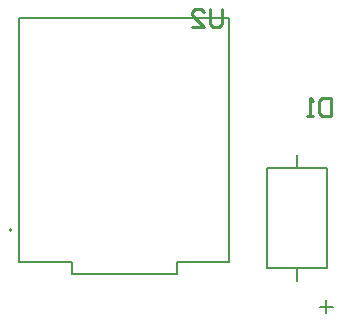
<source format=gbo>
G04*
G04 #@! TF.GenerationSoftware,Altium Limited,Altium Designer,25.8.1 (18)*
G04*
G04 Layer_Color=32896*
%FSLAX44Y44*%
%MOMM*%
G71*
G04*
G04 #@! TF.SameCoordinates,591AE639-5F93-457D-9E92-AC6843792E89*
G04*
G04*
G04 #@! TF.FilePolarity,Positive*
G04*
G01*
G75*
%ADD11C,0.2000*%
%ADD13C,0.2540*%
%ADD42C,0.1270*%
D11*
X86210Y113030D02*
G03*
X86210Y113030I-1000J0D01*
G01*
X302410Y81050D02*
Y165050D01*
X352910D01*
Y81050D02*
Y165050D01*
X302410Y81050D02*
X352910D01*
X327660Y165050D02*
Y176250D01*
Y69850D02*
Y81050D01*
X352660Y42450D02*
Y53650D01*
X347060Y48050D02*
X358260D01*
D13*
X264156Y299718D02*
Y287022D01*
X261617Y284482D01*
X256538D01*
X253999Y287022D01*
Y299718D01*
X238764Y284482D02*
X248921D01*
X238764Y294639D01*
Y297178D01*
X241303Y299718D01*
X246382D01*
X248921Y297178D01*
X356616Y224531D02*
Y209296D01*
X348998D01*
X346459Y211835D01*
Y221992D01*
X348998Y224531D01*
X356616D01*
X341381Y209296D02*
X336303D01*
X338842D01*
Y224531D01*
X341381Y221992D01*
D42*
X92710Y85725D02*
X136910D01*
X92710D02*
Y292735D01*
X270510D01*
Y85725D02*
Y292735D01*
X226310Y85725D02*
X270510D01*
X136910Y75565D02*
X226310D01*
Y85725D01*
X136910Y75565D02*
Y85725D01*
M02*

</source>
